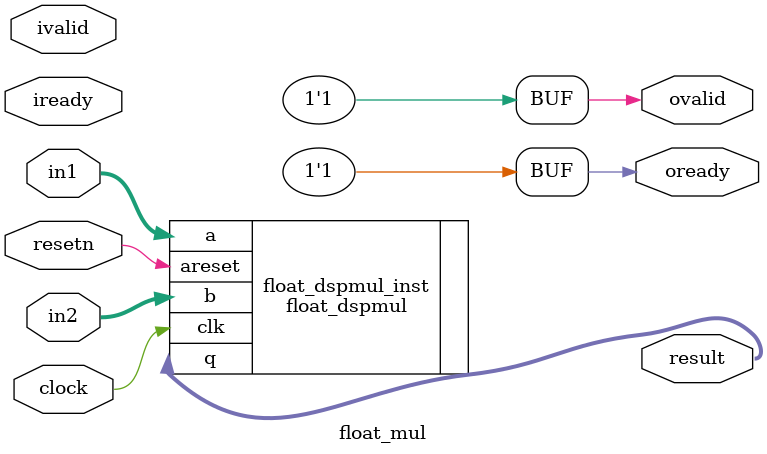
<source format=v>
`timescale 1 ps / 1 ps
module float_mul (
		input   clock,
		input   resetn,
		input   ivalid, 
		input   iready,
		output  ovalid, 
		output  oready,
		
		input  wire [31:0]  in1, // dataa_0.dataa_0
		input  wire [31:0]  in2, // datab_0.datab_0
		
		output wire [31:0] result  //  result.result
	);


	assign ovalid = 1'b1;
	assign oready = 1'b1;
	//Reset has to be assigned.
//	assign resetn = 1'b1 ; //doubt

	// ivalid, iready, resetn are ignored

	//assign result = {14'd0, result_18b};


	 float_dspmul float_dspmul_inst (
                 .clk(clock),    //    clk.clk
                 .areset(resetn), // areset.reset
                 .a(in1),      //      a.a
                 .b(in2),      //      b.b
                 .q(result)       //      q.q
        );

endmodule

</source>
